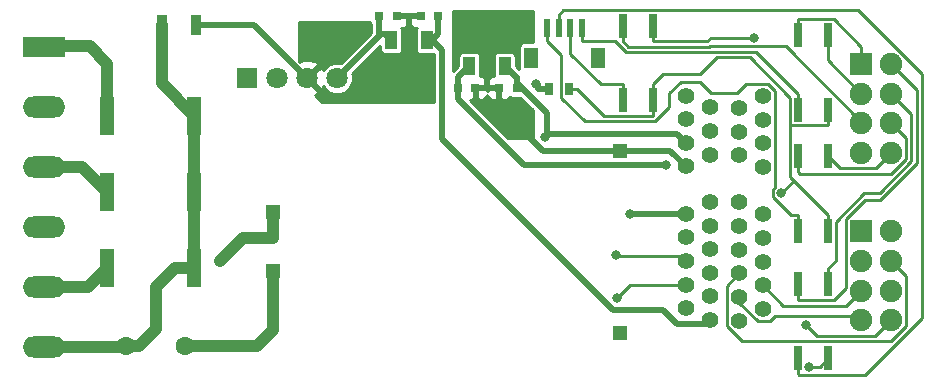
<source format=gtl>
G04 #@! TF.GenerationSoftware,KiCad,Pcbnew,(2018-02-15 revision 29b28de31)-makepkg*
G04 #@! TF.CreationDate,2019-05-03T22:38:47+03:00*
G04 #@! TF.ProjectId,din_power_atm90e26,64696E5F706F7765725F61746D393065,rev?*
G04 #@! TF.SameCoordinates,Original*
G04 #@! TF.FileFunction,Copper,L1,Top,Signal*
G04 #@! TF.FilePolarity,Positive*
%FSLAX46Y46*%
G04 Gerber Fmt 4.6, Leading zero omitted, Abs format (unit mm)*
G04 Created by KiCad (PCBNEW (2018-02-15 revision 29b28de31)-makepkg) date 05/03/19 22:38:47*
%MOMM*%
%LPD*%
G01*
G04 APERTURE LIST*
%ADD10R,0.600000X1.550000*%
%ADD11R,1.200000X1.800000*%
%ADD12R,0.670000X1.000000*%
%ADD13R,0.640000X2.000000*%
%ADD14C,1.422400*%
%ADD15C,1.600000*%
%ADD16C,1.800000*%
%ADD17R,1.800000X1.800000*%
%ADD18R,1.308000X1.308000*%
%ADD19R,1.900000X1.900000*%
%ADD20C,1.900000*%
%ADD21O,3.600000X1.800000*%
%ADD22R,3.600000X1.800000*%
%ADD23C,0.850000*%
%ADD24C,0.100000*%
%ADD25R,1.000000X1.500000*%
%ADD26R,1.000000X1.800000*%
%ADD27R,2.200000X1.840000*%
%ADD28C,1.000000*%
%ADD29R,0.900000X1.700000*%
%ADD30R,0.800000X0.750000*%
%ADD31R,1.270000X3.302000*%
%ADD32C,0.800000*%
%ADD33C,1.000000*%
%ADD34C,0.500000*%
%ADD35C,0.250000*%
%ADD36C,0.254000*%
G04 APERTURE END LIST*
D10*
X156075000Y-47575000D03*
X155075000Y-47575000D03*
X154075000Y-47575000D03*
X153075000Y-47575000D03*
D11*
X157375000Y-50100000D03*
X151775000Y-50100000D03*
D12*
X154975000Y-52775000D03*
X153225000Y-52775000D03*
D13*
X174355000Y-58450000D03*
X176895000Y-58450000D03*
X176895000Y-64750000D03*
X174355000Y-64750000D03*
X174355000Y-75575000D03*
X176895000Y-75575000D03*
X176895000Y-69275000D03*
X174355000Y-69275000D03*
X159505000Y-47400000D03*
X162045000Y-47400000D03*
X162045000Y-53700000D03*
X159505000Y-53700000D03*
X174355000Y-54500000D03*
X176895000Y-54500000D03*
X176895000Y-48200000D03*
X174355000Y-48200000D03*
D14*
X169378000Y-62367400D03*
X169378000Y-64367400D03*
X169378000Y-66367400D03*
X169378000Y-68367400D03*
X169378000Y-70367400D03*
X169378000Y-72367400D03*
X171378000Y-71367400D03*
X171378000Y-69367400D03*
X171378000Y-67367400D03*
X171378000Y-65367400D03*
X171378000Y-63367400D03*
X166878000Y-72317400D03*
X166878000Y-70317400D03*
X166878000Y-68317400D03*
X166878000Y-66317400D03*
X166878000Y-64317400D03*
X166878000Y-62317400D03*
X164878000Y-63317400D03*
X164878000Y-65317400D03*
X164878000Y-67317400D03*
X164878000Y-69317400D03*
X164878000Y-71317400D03*
X171378000Y-53367400D03*
X171378000Y-55367400D03*
X171378000Y-57367400D03*
X171378000Y-59367400D03*
X169378000Y-58367400D03*
X169378000Y-56367400D03*
X169378000Y-54367400D03*
X164878000Y-59317400D03*
X164878000Y-57317400D03*
X164878000Y-55317400D03*
X164878000Y-53317400D03*
X166878000Y-54317400D03*
X166878000Y-56317400D03*
X166878000Y-58317400D03*
D15*
X117450000Y-74500000D03*
X122450000Y-74500000D03*
D16*
X135310000Y-51850000D03*
X132770000Y-51850000D03*
X130230000Y-51850000D03*
D17*
X127690000Y-51850000D03*
D18*
X159288000Y-73389000D03*
X159288000Y-57989000D03*
X129888000Y-68189000D03*
X129888000Y-63189000D03*
D19*
X179705000Y-64823400D03*
D20*
X179705000Y-67323400D03*
X179705000Y-69823400D03*
X179705000Y-72323400D03*
X182205000Y-64823400D03*
X182205000Y-67323400D03*
X182205000Y-69823400D03*
X182205000Y-72323400D03*
X182205000Y-58150000D03*
X182205000Y-55650000D03*
X182205000Y-53150000D03*
X182205000Y-50650000D03*
X179705000Y-58150000D03*
X179705000Y-55650000D03*
X179705000Y-53150000D03*
D19*
X179705000Y-50650000D03*
D21*
X110490000Y-74574400D03*
X110490000Y-69494400D03*
X110490000Y-64414400D03*
X110490000Y-59334400D03*
X110490000Y-54254400D03*
D22*
X110490000Y-49174400D03*
D23*
X148025000Y-46658000D03*
D24*
G36*
X146925000Y-47083000D02*
X147525000Y-46233000D01*
X148525000Y-46233000D01*
X149125000Y-47083000D01*
X146925000Y-47083000D01*
X146925000Y-47083000D01*
G37*
D25*
X146525000Y-50805000D03*
D26*
X148025000Y-50658500D03*
D25*
X149525000Y-50805000D03*
D27*
X148025000Y-47991500D03*
D28*
X148025000Y-49401200D03*
D24*
G36*
X149125000Y-48901200D02*
X148425000Y-49901200D01*
X147625000Y-49901200D01*
X146925000Y-48901200D01*
X149125000Y-48901200D01*
X149125000Y-48901200D01*
G37*
D28*
X141400000Y-50023800D03*
D24*
G36*
X140300000Y-50523800D02*
X141000000Y-49523800D01*
X141800000Y-49523800D01*
X142500000Y-50523800D01*
X140300000Y-50523800D01*
X140300000Y-50523800D01*
G37*
D27*
X141400000Y-51433500D03*
D25*
X139900000Y-48620000D03*
D26*
X141400000Y-48766500D03*
D25*
X142900000Y-48620000D03*
D23*
X141400000Y-52767000D03*
D24*
G36*
X142500000Y-52342000D02*
X141900000Y-53192000D01*
X140900000Y-53192000D01*
X140300000Y-52342000D01*
X142500000Y-52342000D01*
X142500000Y-52342000D01*
G37*
D29*
X120498000Y-47367400D03*
X123398000Y-47367400D03*
D30*
X140400000Y-46600000D03*
X138900000Y-46600000D03*
X149025000Y-52675000D03*
X150525000Y-52675000D03*
X145525000Y-52675000D03*
X147025000Y-52675000D03*
X143900000Y-46600000D03*
X142400000Y-46600000D03*
D31*
X115867000Y-55021000D03*
X123233000Y-55021000D03*
X123233000Y-61498000D03*
X115867000Y-61498000D03*
X115867000Y-67900000D03*
X123233000Y-67900000D03*
D32*
X150000000Y-46500000D03*
X150000000Y-47750000D03*
X150000000Y-49000000D03*
X146000000Y-49000000D03*
X146000000Y-47750000D03*
X146000000Y-46500000D03*
X143250000Y-52800000D03*
X143250000Y-51575000D03*
X143250000Y-50350000D03*
X139475000Y-52675000D03*
X139475000Y-51500000D03*
X139475000Y-50325000D03*
X125368300Y-67343700D03*
X152883500Y-56809500D03*
X152178200Y-52365300D03*
X160113700Y-63317400D03*
X174997500Y-72730200D03*
X158950000Y-66850000D03*
X159000000Y-70450000D03*
X163185900Y-59225800D03*
X172926600Y-61586700D03*
X175299600Y-76275900D03*
X170649800Y-48419300D03*
D33*
X115867000Y-50642000D02*
X115867000Y-55021000D01*
X114375000Y-49150000D02*
X115867000Y-50642000D01*
X111414000Y-49150000D02*
X114375000Y-49150000D01*
X111390000Y-49174400D02*
X111414000Y-49150000D01*
X110490000Y-49174400D02*
X111390000Y-49174400D01*
X120498000Y-52286000D02*
X120498000Y-47367400D01*
X123233000Y-55021000D02*
X120498000Y-52286000D01*
X123233000Y-55021000D02*
X123233000Y-61498000D01*
X123233000Y-67900000D02*
X123233000Y-61498000D01*
X121598000Y-67900000D02*
X123233000Y-67900000D01*
X119975000Y-69523000D02*
X121598000Y-67900000D01*
X119975000Y-73106400D02*
X119975000Y-69523000D01*
X118581000Y-74500000D02*
X119975000Y-73106400D01*
X117450000Y-74500000D02*
X118581000Y-74500000D01*
X117376000Y-74574400D02*
X117450000Y-74500000D01*
X110490000Y-74574400D02*
X117376000Y-74574400D01*
X113703000Y-59334400D02*
X115867000Y-61498000D01*
X110490000Y-59334400D02*
X113703000Y-59334400D01*
X114273000Y-69494400D02*
X115867000Y-67900000D01*
X110490000Y-69494400D02*
X114273000Y-69494400D01*
X129888000Y-63189000D02*
X129888000Y-65343300D01*
X127368700Y-65343300D02*
X125368300Y-67343700D01*
X129888000Y-65343300D02*
X127368700Y-65343300D01*
D34*
X141400000Y-51433500D02*
X141400000Y-50023800D01*
X141400000Y-50023800D02*
X141400000Y-48766500D01*
X141400000Y-48766500D02*
X141400000Y-47316200D01*
X142400000Y-46600000D02*
X141924900Y-46600000D01*
X141400000Y-47316200D02*
X141400000Y-46600000D01*
X141924900Y-46600000D02*
X141400000Y-46600000D01*
X141400000Y-46600000D02*
X140400000Y-46600000D01*
X128287400Y-47367400D02*
X132770000Y-51850000D01*
X123398000Y-47367400D02*
X128287400Y-47367400D01*
X140829700Y-53337300D02*
X141400000Y-52767000D01*
X134257300Y-53337300D02*
X140829700Y-53337300D01*
X132770000Y-51850000D02*
X134257300Y-53337300D01*
X141400000Y-52767000D02*
X141400000Y-51433500D01*
X150469700Y-51749700D02*
X149525000Y-50805000D01*
X150525000Y-51749700D02*
X150469700Y-51749700D01*
X150525000Y-52675000D02*
X150525000Y-52212300D01*
X150525000Y-52212300D02*
X150525000Y-51749700D01*
X153124800Y-54812100D02*
X153124800Y-56568200D01*
X150525000Y-52212300D02*
X153124800Y-54812100D01*
X152883500Y-56809500D02*
X153124800Y-56568200D01*
X164128800Y-56568200D02*
X164878000Y-57317400D01*
X153124800Y-56568200D02*
X164128800Y-56568200D01*
X148025000Y-47991500D02*
X148025000Y-46658000D01*
X148025000Y-50658500D02*
X148025000Y-49401200D01*
X148025000Y-49401200D02*
X148025000Y-47991500D01*
X159288000Y-57989000D02*
X160492300Y-57989000D01*
X163549600Y-57989000D02*
X160492300Y-57989000D01*
X164878000Y-59317400D02*
X163549600Y-57989000D01*
X148025000Y-52675000D02*
X148025000Y-50658500D01*
X147025000Y-52675000D02*
X148025000Y-52675000D01*
X148025000Y-52675000D02*
X149025000Y-52675000D01*
X149025000Y-52675000D02*
X149025000Y-53600300D01*
X153225000Y-52775000D02*
X152339700Y-52775000D01*
X152339700Y-52526800D02*
X152339700Y-52775000D01*
X152178200Y-52365300D02*
X152339700Y-52526800D01*
X159288000Y-57989000D02*
X158083700Y-57989000D01*
X152719100Y-57989000D02*
X158083700Y-57989000D01*
X149025000Y-54294900D02*
X152719100Y-57989000D01*
X149025000Y-53600300D02*
X149025000Y-54294900D01*
X138900000Y-47980000D02*
X139040000Y-48120000D01*
X138900000Y-46600000D02*
X138900000Y-47980000D01*
X139400000Y-48120000D02*
X139040000Y-48120000D01*
X139900000Y-48620000D02*
X139400000Y-48120000D01*
X139040000Y-48120000D02*
X135310000Y-51850000D01*
X160113700Y-63317400D02*
X164878000Y-63317400D01*
D35*
X183513700Y-68632100D02*
X182205000Y-67323400D01*
X183513700Y-72842700D02*
X183513700Y-68632100D01*
X182255100Y-74101300D02*
X183513700Y-72842700D01*
X169611600Y-74101300D02*
X182255100Y-74101300D01*
X168327200Y-72816900D02*
X169611600Y-74101300D01*
X168327200Y-69418200D02*
X168327200Y-72816900D01*
X169378000Y-68367400D02*
X168327200Y-69418200D01*
X173107300Y-71096700D02*
X171378000Y-69367400D01*
X178431700Y-71096700D02*
X173107300Y-71096700D01*
X179705000Y-69823400D02*
X178431700Y-71096700D01*
X175918200Y-73650900D02*
X174997500Y-72730200D01*
X180877500Y-73650900D02*
X175918200Y-73650900D01*
X182205000Y-72323400D02*
X180877500Y-73650900D01*
X169378000Y-70869300D02*
X169378000Y-70367400D01*
X170933700Y-72425000D02*
X169378000Y-70869300D01*
X171981800Y-72425000D02*
X170933700Y-72425000D01*
X172402000Y-72004800D02*
X171981800Y-72425000D01*
X179386400Y-72004800D02*
X172402000Y-72004800D01*
X179705000Y-72323400D02*
X179386400Y-72004800D01*
X158975000Y-66875000D02*
X158950000Y-66850000D01*
X164436000Y-66875000D02*
X158975000Y-66875000D01*
X164878000Y-67317400D02*
X164436000Y-66875000D01*
X160133000Y-69317400D02*
X159000000Y-70450000D01*
X164878000Y-69317400D02*
X160133000Y-69317400D01*
D34*
X162927100Y-71475700D02*
X164076900Y-72625500D01*
X144200000Y-49420000D02*
X144200000Y-57029600D01*
X158646100Y-71475700D02*
X162927100Y-71475700D01*
X144200000Y-57029600D02*
X158646100Y-71475700D01*
X143400000Y-48620000D02*
X144200000Y-49420000D01*
X164076900Y-72625500D02*
X166569900Y-72625500D01*
X166569900Y-72625500D02*
X166878000Y-72317400D01*
X143400000Y-48620000D02*
X142900000Y-48620000D01*
X143900000Y-48120000D02*
X143400000Y-48620000D01*
X143900000Y-46600000D02*
X143900000Y-48120000D01*
X145580300Y-51749700D02*
X146525000Y-50805000D01*
X145525000Y-51749700D02*
X145580300Y-51749700D01*
X145525000Y-52300400D02*
X145525000Y-51749700D01*
X145525000Y-52300400D02*
X145525000Y-52675000D01*
X151150500Y-59225800D02*
X163185900Y-59225800D01*
X145525000Y-53600300D02*
X151150500Y-59225800D01*
X145525000Y-52675000D02*
X145525000Y-53600300D01*
D33*
X129888000Y-73187000D02*
X129888000Y-68189000D01*
X128575000Y-74500000D02*
X129888000Y-73187000D01*
X122450000Y-74500000D02*
X128575000Y-74500000D01*
D35*
X154975000Y-52775000D02*
X155635300Y-52775000D01*
X162045000Y-53700000D02*
X162045000Y-55025300D01*
X157885600Y-55025300D02*
X155635300Y-52775000D01*
X162045000Y-55025300D02*
X157885600Y-55025300D01*
X176895000Y-54500000D02*
X176895000Y-55825300D01*
X162045000Y-53700000D02*
X162045000Y-52374700D01*
X176895000Y-55825300D02*
X173676400Y-55825300D01*
X162954900Y-51464800D02*
X162045000Y-52374700D01*
X166076600Y-51464800D02*
X162954900Y-51464800D01*
X167485300Y-50056100D02*
X166076600Y-51464800D01*
X170250600Y-50056100D02*
X167485300Y-50056100D01*
X173676400Y-53481900D02*
X170250600Y-50056100D01*
X173676400Y-55825300D02*
X173676400Y-53481900D01*
X176895000Y-64750000D02*
X176895000Y-63424700D01*
X176194100Y-76275900D02*
X176895000Y-75575000D01*
X175299600Y-76275900D02*
X176194100Y-76275900D01*
X173991800Y-60521500D02*
X172926600Y-61586700D01*
X176895000Y-63424700D02*
X173991800Y-60521500D01*
X173676400Y-60206100D02*
X173676400Y-55825300D01*
X173991800Y-60521500D02*
X173676400Y-60206100D01*
X174497800Y-59918100D02*
X174355000Y-59775300D01*
X182252600Y-59918100D02*
X174497800Y-59918100D01*
X183481400Y-58689300D02*
X182252600Y-59918100D01*
X183481400Y-56926400D02*
X183481400Y-58689300D01*
X182205000Y-55650000D02*
X183481400Y-56926400D01*
X174355000Y-58450000D02*
X174355000Y-59775300D01*
X177890100Y-59445100D02*
X176895000Y-58450000D01*
X180909900Y-59445100D02*
X177890100Y-59445100D01*
X182205000Y-58150000D02*
X180909900Y-59445100D01*
X174355000Y-64750000D02*
X174355000Y-63424700D01*
X153075000Y-47575000D02*
X153075000Y-48675300D01*
X173738900Y-63424700D02*
X174355000Y-63424700D01*
X172201300Y-61887100D02*
X173738900Y-63424700D01*
X172201300Y-61286300D02*
X172201300Y-61887100D01*
X172428600Y-61059000D02*
X172201300Y-61286300D01*
X172428600Y-52916600D02*
X172428600Y-61059000D01*
X171822600Y-52310600D02*
X172428600Y-52916600D01*
X169968900Y-52310600D02*
X171822600Y-52310600D01*
X169180600Y-53098900D02*
X169968900Y-52310600D01*
X167011200Y-53098900D02*
X169180600Y-53098900D01*
X166066200Y-52153900D02*
X167011200Y-53098900D01*
X164418700Y-52153900D02*
X166066200Y-52153900D01*
X163436900Y-53135700D02*
X164418700Y-52153900D01*
X163436900Y-54305800D02*
X163436900Y-53135700D01*
X162236600Y-55506100D02*
X163436900Y-54305800D01*
X156335900Y-55506100D02*
X162236600Y-55506100D01*
X154314600Y-53484800D02*
X156335900Y-55506100D01*
X154314600Y-49914900D02*
X154314600Y-53484800D01*
X153075000Y-48675300D02*
X154314600Y-49914900D01*
X156075000Y-47575000D02*
X156075000Y-48675300D01*
X174355000Y-54500000D02*
X174355000Y-53174700D01*
X158818100Y-48675300D02*
X156075000Y-48675300D01*
X159804900Y-49662100D02*
X158818100Y-48675300D01*
X167017100Y-49662100D02*
X159804900Y-49662100D01*
X167073400Y-49605800D02*
X167017100Y-49662100D01*
X170786100Y-49605800D02*
X167073400Y-49605800D01*
X174355000Y-53174700D02*
X170786100Y-49605800D01*
X176895000Y-50340000D02*
X176895000Y-48200000D01*
X179705000Y-53150000D02*
X176895000Y-50340000D01*
X177385600Y-46874700D02*
X174355000Y-46874700D01*
X179705000Y-49194100D02*
X177385600Y-46874700D01*
X179705000Y-50650000D02*
X179705000Y-49194100D01*
X174355000Y-48200000D02*
X174355000Y-46874700D01*
X159505000Y-47400000D02*
X159505000Y-48725300D01*
X159990000Y-49210300D02*
X159505000Y-48725300D01*
X166832000Y-49210300D02*
X159990000Y-49210300D01*
X166888100Y-49154200D02*
X166832000Y-49210300D01*
X173347000Y-49154200D02*
X166888100Y-49154200D01*
X179705000Y-55512200D02*
X173347000Y-49154200D01*
X179705000Y-55650000D02*
X179705000Y-55512200D01*
X162045000Y-47400000D02*
X162045000Y-48725300D01*
X166680100Y-48725300D02*
X162045000Y-48725300D01*
X166986100Y-48419300D02*
X166680100Y-48725300D01*
X170649800Y-48419300D02*
X166986100Y-48419300D01*
X155075000Y-49774300D02*
X155075000Y-47575000D01*
X157675400Y-52374700D02*
X155075000Y-49774300D01*
X159505000Y-52374700D02*
X157675400Y-52374700D01*
X159505000Y-53700000D02*
X159505000Y-52374700D01*
X174355000Y-75575000D02*
X174355000Y-76900300D01*
X154075000Y-47575000D02*
X154075000Y-46474700D01*
X154475100Y-46074600D02*
X154075000Y-46474700D01*
X179436600Y-46074600D02*
X154475100Y-46074600D01*
X184854400Y-51492400D02*
X179436600Y-46074600D01*
X184854400Y-72138900D02*
X184854400Y-51492400D01*
X179992100Y-77001200D02*
X184854400Y-72138900D01*
X174455900Y-77001200D02*
X179992100Y-77001200D01*
X174355000Y-76900300D02*
X174455900Y-77001200D01*
X176895000Y-69275000D02*
X176895000Y-67949700D01*
X177540300Y-67304400D02*
X176895000Y-67949700D01*
X177540300Y-63985000D02*
X177540300Y-67304400D01*
X179953700Y-61571600D02*
X177540300Y-63985000D01*
X181258200Y-61571600D02*
X179953700Y-61571600D01*
X183933400Y-58896400D02*
X181258200Y-61571600D01*
X183933400Y-54878400D02*
X183933400Y-58896400D01*
X182205000Y-53150000D02*
X183933400Y-54878400D01*
X177362200Y-70600300D02*
X174355000Y-70600300D01*
X178369500Y-69593000D02*
X177362200Y-70600300D01*
X178369500Y-63792700D02*
X178369500Y-69593000D01*
X179981400Y-62180800D02*
X178369500Y-63792700D01*
X181285900Y-62180800D02*
X179981400Y-62180800D01*
X184404000Y-59062700D02*
X181285900Y-62180800D01*
X184404000Y-52849000D02*
X184404000Y-59062700D01*
X182205000Y-50650000D02*
X184404000Y-52849000D01*
X174355000Y-69275000D02*
X174355000Y-70600300D01*
D36*
G36*
X138097775Y-47141607D02*
X138192150Y-47282850D01*
X138223001Y-47303464D01*
X138223001Y-47913319D01*
X138209737Y-47980000D01*
X138211867Y-47990710D01*
X135648643Y-50553936D01*
X135573957Y-50523000D01*
X135046043Y-50523000D01*
X134558315Y-50725024D01*
X134185024Y-51098315D01*
X134158770Y-51161698D01*
X134106643Y-51035852D01*
X133850159Y-50949446D01*
X132949605Y-51850000D01*
X133850159Y-52750554D01*
X134106643Y-52664148D01*
X134155539Y-52530502D01*
X134185024Y-52601685D01*
X134558315Y-52974976D01*
X135046043Y-53177000D01*
X135573957Y-53177000D01*
X136061685Y-52974976D01*
X136434976Y-52601685D01*
X136637000Y-52113957D01*
X136637000Y-51586043D01*
X136606064Y-51511357D01*
X138964635Y-49152788D01*
X138964635Y-49370000D01*
X138997775Y-49536607D01*
X139092150Y-49677850D01*
X139233393Y-49772225D01*
X139400000Y-49805365D01*
X140400000Y-49805365D01*
X140566607Y-49772225D01*
X140707850Y-49677850D01*
X140802225Y-49536607D01*
X140835365Y-49370000D01*
X140835365Y-47870000D01*
X140802225Y-47703393D01*
X140739822Y-47610000D01*
X140926309Y-47610000D01*
X141159698Y-47513327D01*
X141338327Y-47334699D01*
X141400000Y-47185807D01*
X141461673Y-47334699D01*
X141640302Y-47513327D01*
X141873691Y-47610000D01*
X142060178Y-47610000D01*
X141997775Y-47703393D01*
X141964635Y-47870000D01*
X141964635Y-49370000D01*
X141997775Y-49536607D01*
X142092150Y-49677850D01*
X142233393Y-49772225D01*
X142400000Y-49805365D01*
X143400000Y-49805365D01*
X143523000Y-49780899D01*
X143523001Y-53873000D01*
X134052606Y-53873000D01*
X133430070Y-53250464D01*
X133584148Y-53186643D01*
X133670554Y-52930159D01*
X132770000Y-52029605D01*
X132755858Y-52043748D01*
X132576253Y-51864143D01*
X132590395Y-51850000D01*
X132576253Y-51835858D01*
X132755858Y-51656253D01*
X132770000Y-51670395D01*
X133670554Y-50769841D01*
X133584148Y-50513357D01*
X133010664Y-50303542D01*
X132400540Y-50329161D01*
X132127000Y-50442465D01*
X132127000Y-47127000D01*
X138094870Y-47127000D01*
X138097775Y-47141607D01*
X138097775Y-47141607D01*
G37*
X138097775Y-47141607D02*
X138192150Y-47282850D01*
X138223001Y-47303464D01*
X138223001Y-47913319D01*
X138209737Y-47980000D01*
X138211867Y-47990710D01*
X135648643Y-50553936D01*
X135573957Y-50523000D01*
X135046043Y-50523000D01*
X134558315Y-50725024D01*
X134185024Y-51098315D01*
X134158770Y-51161698D01*
X134106643Y-51035852D01*
X133850159Y-50949446D01*
X132949605Y-51850000D01*
X133850159Y-52750554D01*
X134106643Y-52664148D01*
X134155539Y-52530502D01*
X134185024Y-52601685D01*
X134558315Y-52974976D01*
X135046043Y-53177000D01*
X135573957Y-53177000D01*
X136061685Y-52974976D01*
X136434976Y-52601685D01*
X136637000Y-52113957D01*
X136637000Y-51586043D01*
X136606064Y-51511357D01*
X138964635Y-49152788D01*
X138964635Y-49370000D01*
X138997775Y-49536607D01*
X139092150Y-49677850D01*
X139233393Y-49772225D01*
X139400000Y-49805365D01*
X140400000Y-49805365D01*
X140566607Y-49772225D01*
X140707850Y-49677850D01*
X140802225Y-49536607D01*
X140835365Y-49370000D01*
X140835365Y-47870000D01*
X140802225Y-47703393D01*
X140739822Y-47610000D01*
X140926309Y-47610000D01*
X141159698Y-47513327D01*
X141338327Y-47334699D01*
X141400000Y-47185807D01*
X141461673Y-47334699D01*
X141640302Y-47513327D01*
X141873691Y-47610000D01*
X142060178Y-47610000D01*
X141997775Y-47703393D01*
X141964635Y-47870000D01*
X141964635Y-49370000D01*
X141997775Y-49536607D01*
X142092150Y-49677850D01*
X142233393Y-49772225D01*
X142400000Y-49805365D01*
X143400000Y-49805365D01*
X143523000Y-49780899D01*
X143523001Y-53873000D01*
X134052606Y-53873000D01*
X133430070Y-53250464D01*
X133584148Y-53186643D01*
X133670554Y-52930159D01*
X132770000Y-52029605D01*
X132755858Y-52043748D01*
X132576253Y-51864143D01*
X132590395Y-51850000D01*
X132576253Y-51835858D01*
X132755858Y-51656253D01*
X132770000Y-51670395D01*
X133670554Y-50769841D01*
X133584148Y-50513357D01*
X133010664Y-50303542D01*
X132400540Y-50329161D01*
X132127000Y-50442465D01*
X132127000Y-47127000D01*
X138094870Y-47127000D01*
X138097775Y-47141607D01*
G36*
X148148750Y-52548000D02*
X148898000Y-52548000D01*
X148898000Y-52528000D01*
X149152000Y-52528000D01*
X149152000Y-52548000D01*
X149172000Y-52548000D01*
X149172000Y-52802000D01*
X149152000Y-52802000D01*
X149152000Y-53526250D01*
X149310750Y-53685000D01*
X149551309Y-53685000D01*
X149784698Y-53588327D01*
X149935858Y-53437168D01*
X149958393Y-53452225D01*
X150125000Y-53485365D01*
X150840643Y-53485365D01*
X151873000Y-54517723D01*
X151873000Y-56873000D01*
X149755122Y-56873000D01*
X146567121Y-53685000D01*
X146739250Y-53685000D01*
X146898000Y-53526250D01*
X146898000Y-52802000D01*
X147152000Y-52802000D01*
X147152000Y-53526250D01*
X147310750Y-53685000D01*
X147551309Y-53685000D01*
X147784698Y-53588327D01*
X147963327Y-53409699D01*
X148025000Y-53260807D01*
X148086673Y-53409699D01*
X148265302Y-53588327D01*
X148498691Y-53685000D01*
X148739250Y-53685000D01*
X148898000Y-53526250D01*
X148898000Y-52802000D01*
X148148750Y-52802000D01*
X148025000Y-52925750D01*
X147901250Y-52802000D01*
X147152000Y-52802000D01*
X146898000Y-52802000D01*
X146878000Y-52802000D01*
X146878000Y-52548000D01*
X146898000Y-52548000D01*
X146898000Y-52528000D01*
X147152000Y-52528000D01*
X147152000Y-52548000D01*
X147901250Y-52548000D01*
X148025000Y-52424250D01*
X148148750Y-52548000D01*
X148148750Y-52548000D01*
G37*
X148148750Y-52548000D02*
X148898000Y-52548000D01*
X148898000Y-52528000D01*
X149152000Y-52528000D01*
X149152000Y-52548000D01*
X149172000Y-52548000D01*
X149172000Y-52802000D01*
X149152000Y-52802000D01*
X149152000Y-53526250D01*
X149310750Y-53685000D01*
X149551309Y-53685000D01*
X149784698Y-53588327D01*
X149935858Y-53437168D01*
X149958393Y-53452225D01*
X150125000Y-53485365D01*
X150840643Y-53485365D01*
X151873000Y-54517723D01*
X151873000Y-56873000D01*
X149755122Y-56873000D01*
X146567121Y-53685000D01*
X146739250Y-53685000D01*
X146898000Y-53526250D01*
X146898000Y-52802000D01*
X147152000Y-52802000D01*
X147152000Y-53526250D01*
X147310750Y-53685000D01*
X147551309Y-53685000D01*
X147784698Y-53588327D01*
X147963327Y-53409699D01*
X148025000Y-53260807D01*
X148086673Y-53409699D01*
X148265302Y-53588327D01*
X148498691Y-53685000D01*
X148739250Y-53685000D01*
X148898000Y-53526250D01*
X148898000Y-52802000D01*
X148148750Y-52802000D01*
X148025000Y-52925750D01*
X147901250Y-52802000D01*
X147152000Y-52802000D01*
X146898000Y-52802000D01*
X146878000Y-52802000D01*
X146878000Y-52548000D01*
X146898000Y-52548000D01*
X146898000Y-52528000D01*
X147152000Y-52528000D01*
X147152000Y-52548000D01*
X147901250Y-52548000D01*
X148025000Y-52424250D01*
X148148750Y-52548000D01*
G36*
X151873000Y-48764635D02*
X151175000Y-48764635D01*
X151008393Y-48797775D01*
X150867150Y-48892150D01*
X150772775Y-49033393D01*
X150739635Y-49200000D01*
X150739635Y-51000000D01*
X150755082Y-51077660D01*
X150460365Y-50782943D01*
X150460365Y-50055000D01*
X150427225Y-49888393D01*
X150332850Y-49747150D01*
X150191607Y-49652775D01*
X150025000Y-49619635D01*
X149025000Y-49619635D01*
X148858393Y-49652775D01*
X148717150Y-49747150D01*
X148622775Y-49888393D01*
X148589635Y-50055000D01*
X148589635Y-51555000D01*
X148611515Y-51665000D01*
X148498691Y-51665000D01*
X148265302Y-51761673D01*
X148086673Y-51940301D01*
X148025000Y-52089193D01*
X147963327Y-51940301D01*
X147784698Y-51761673D01*
X147551309Y-51665000D01*
X147438485Y-51665000D01*
X147460365Y-51555000D01*
X147460365Y-50055000D01*
X147427225Y-49888393D01*
X147332850Y-49747150D01*
X147191607Y-49652775D01*
X147025000Y-49619635D01*
X146025000Y-49619635D01*
X145858393Y-49652775D01*
X145717150Y-49747150D01*
X145622775Y-49888393D01*
X145589635Y-50055000D01*
X145589635Y-50782943D01*
X145260096Y-51112482D01*
X145127000Y-51201414D01*
X145127000Y-46127000D01*
X151873000Y-46127000D01*
X151873000Y-48764635D01*
X151873000Y-48764635D01*
G37*
X151873000Y-48764635D02*
X151175000Y-48764635D01*
X151008393Y-48797775D01*
X150867150Y-48892150D01*
X150772775Y-49033393D01*
X150739635Y-49200000D01*
X150739635Y-51000000D01*
X150755082Y-51077660D01*
X150460365Y-50782943D01*
X150460365Y-50055000D01*
X150427225Y-49888393D01*
X150332850Y-49747150D01*
X150191607Y-49652775D01*
X150025000Y-49619635D01*
X149025000Y-49619635D01*
X148858393Y-49652775D01*
X148717150Y-49747150D01*
X148622775Y-49888393D01*
X148589635Y-50055000D01*
X148589635Y-51555000D01*
X148611515Y-51665000D01*
X148498691Y-51665000D01*
X148265302Y-51761673D01*
X148086673Y-51940301D01*
X148025000Y-52089193D01*
X147963327Y-51940301D01*
X147784698Y-51761673D01*
X147551309Y-51665000D01*
X147438485Y-51665000D01*
X147460365Y-51555000D01*
X147460365Y-50055000D01*
X147427225Y-49888393D01*
X147332850Y-49747150D01*
X147191607Y-49652775D01*
X147025000Y-49619635D01*
X146025000Y-49619635D01*
X145858393Y-49652775D01*
X145717150Y-49747150D01*
X145622775Y-49888393D01*
X145589635Y-50055000D01*
X145589635Y-50782943D01*
X145260096Y-51112482D01*
X145127000Y-51201414D01*
X145127000Y-46127000D01*
X151873000Y-46127000D01*
X151873000Y-48764635D01*
M02*

</source>
